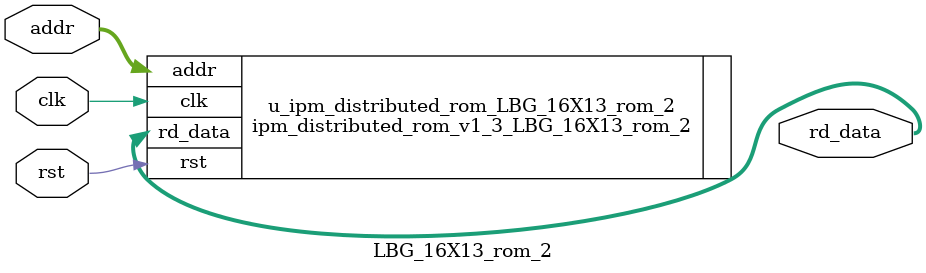
<source format=v>


`timescale 1 ns / 1 ps
module LBG_16X13_rom_2
    (
     addr        ,
     rst         ,
     clk         ,
     rd_data
    );

    localparam ADDR_WIDTH = 8 ; //@IPC int 4,10

    localparam DATA_WIDTH = 14 ; //@IPC int 1,256

    localparam RST_TYPE = "ASYNC" ; //@IPC enum ASYNC,SYNC

    localparam OUT_REG = 0 ; //@IPC bool

    localparam INIT_ENABLE = 1 ; //@IPC bool

    localparam INIT_FILE = "D:/PDS_FPGA/Audio_test/ipcore/LBG_16X13_rom_2/rtl/VQ2_LBG_16X13_rom_2.dat" ; //@IPC string

    localparam FILE_FORMAT = "BIN" ; //@IPC enum BIN,HEX


     output   wire  [DATA_WIDTH-1:0]       rd_data ;
     input    wire  [ADDR_WIDTH-1:0]       addr    ;
     input                                 clk     ;
     input                                 rst     ;

ipm_distributed_rom_v1_3_LBG_16X13_rom_2
   #(
     .ADDR_WIDTH    (ADDR_WIDTH     ), //address width   range:4-10
     .DATA_WIDTH    (DATA_WIDTH     ), //data width      range:4-256
     .RST_TYPE      (RST_TYPE       ), //reset type   "ASYNC_RESET" "SYNC_RESET"
     .OUT_REG       (OUT_REG        ), //output options :non_register(0)  register(1)
     .INIT_FILE     (INIT_FILE      ), //legal value:"NONE" or "initial file name"
     .FILE_FORMAT   (FILE_FORMAT    )  //initial data format : "bin" or "hex"
    )u_ipm_distributed_rom_LBG_16X13_rom_2
    (
     .rd_data       (rd_data        ),
     .addr          (addr           ),
     .clk           (clk            ),
     .rst           (rst            )

    );
endmodule

</source>
